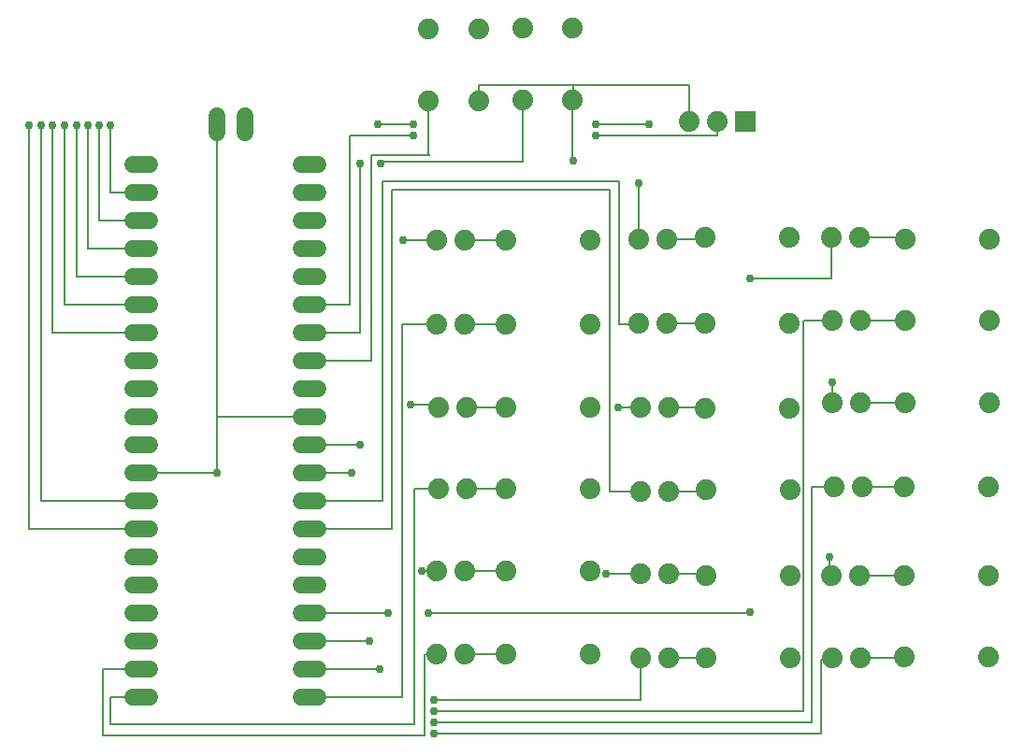
<source format=gbr>
G04 EAGLE Gerber RS-274X export*
G75*
%MOMM*%
%FSLAX34Y34*%
%LPD*%
%INTop Copper*%
%IPPOS*%
%AMOC8*
5,1,8,0,0,1.08239X$1,22.5*%
G01*
%ADD10R,1.879600X1.879600*%
%ADD11C,1.879600*%
%ADD12C,1.524000*%
%ADD13C,0.756400*%
%ADD14C,0.152400*%


D10*
X683260Y589430D03*
D11*
X657860Y589430D03*
X632460Y589430D03*
X481584Y608838D03*
X481584Y673862D03*
X526796Y608838D03*
X526796Y673862D03*
D12*
X143510Y549910D02*
X128270Y549910D01*
X128270Y524510D02*
X143510Y524510D01*
X143510Y499110D02*
X128270Y499110D01*
X128270Y473710D02*
X143510Y473710D01*
X143510Y448310D02*
X128270Y448310D01*
X128270Y422910D02*
X143510Y422910D01*
X143510Y397510D02*
X128270Y397510D01*
X128270Y372110D02*
X143510Y372110D01*
X143510Y346710D02*
X128270Y346710D01*
X128270Y321310D02*
X143510Y321310D01*
X143510Y295910D02*
X128270Y295910D01*
X128270Y270510D02*
X143510Y270510D01*
X143510Y245110D02*
X128270Y245110D01*
X128270Y219710D02*
X143510Y219710D01*
X143510Y194310D02*
X128270Y194310D01*
X128270Y168910D02*
X143510Y168910D01*
X143510Y143510D02*
X128270Y143510D01*
X128270Y118110D02*
X143510Y118110D01*
X143510Y92710D02*
X128270Y92710D01*
X128270Y67310D02*
X143510Y67310D01*
D11*
X403860Y106680D03*
X429260Y106680D03*
X405130Y256540D03*
X430530Y256540D03*
X403860Y405130D03*
X429260Y405130D03*
X588010Y102870D03*
X613410Y102870D03*
X588010Y254000D03*
X613410Y254000D03*
X586740Y406400D03*
X612140Y406400D03*
X762000Y102870D03*
X787400Y102870D03*
X763270Y257810D03*
X788670Y257810D03*
X762000Y408940D03*
X787400Y408940D03*
X403860Y181610D03*
X429260Y181610D03*
X405130Y330200D03*
X430530Y330200D03*
X403860Y481330D03*
X429260Y481330D03*
X588010Y179070D03*
X613410Y179070D03*
X588010Y330200D03*
X613410Y330200D03*
X586740Y482600D03*
X612140Y482600D03*
X760730Y177800D03*
X786130Y177800D03*
X762000Y334010D03*
X787400Y334010D03*
X760730Y483870D03*
X786130Y483870D03*
D12*
X204470Y579120D02*
X204470Y594360D01*
X229870Y594360D02*
X229870Y579120D01*
X280670Y67310D02*
X295910Y67310D01*
X295910Y92710D02*
X280670Y92710D01*
X280670Y118110D02*
X295910Y118110D01*
X295910Y143510D02*
X280670Y143510D01*
X280670Y168910D02*
X295910Y168910D01*
X295910Y194310D02*
X280670Y194310D01*
X280670Y219710D02*
X295910Y219710D01*
X295910Y245110D02*
X280670Y245110D01*
X280670Y270510D02*
X295910Y270510D01*
X295910Y295910D02*
X280670Y295910D01*
X280670Y321310D02*
X295910Y321310D01*
X295910Y346710D02*
X280670Y346710D01*
X280670Y372110D02*
X295910Y372110D01*
X295910Y397510D02*
X280670Y397510D01*
X280670Y422910D02*
X295910Y422910D01*
X295910Y448310D02*
X280670Y448310D01*
X280670Y473710D02*
X295910Y473710D01*
X295910Y499110D02*
X280670Y499110D01*
X280670Y524510D02*
X295910Y524510D01*
X295910Y549910D02*
X280670Y549910D01*
D11*
X396494Y607568D03*
X396494Y672592D03*
X441706Y607568D03*
X441706Y672592D03*
X828040Y408940D03*
X904240Y408940D03*
X904240Y482600D03*
X828040Y482600D03*
X826770Y257810D03*
X902970Y257810D03*
X542290Y181610D03*
X466090Y181610D03*
X542290Y330200D03*
X466090Y330200D03*
X826770Y104140D03*
X902970Y104140D03*
X646430Y406400D03*
X722630Y406400D03*
X542290Y481330D03*
X466090Y481330D03*
X723900Y177800D03*
X647700Y177800D03*
X722630Y328930D03*
X646430Y328930D03*
X647700Y102870D03*
X723900Y102870D03*
X647700Y255270D03*
X723900Y255270D03*
X466090Y405130D03*
X542290Y405130D03*
X722630Y483870D03*
X646430Y483870D03*
X904240Y334010D03*
X828040Y334010D03*
X466090Y256540D03*
X542290Y256540D03*
X466090Y106680D03*
X542290Y106680D03*
X902970Y177800D03*
X826770Y177800D03*
D13*
X350520Y586740D03*
D14*
X382270Y586740D01*
D13*
X382270Y586740D03*
X547370Y586740D03*
D14*
X595630Y586740D01*
D13*
X595630Y586740D03*
D14*
X204470Y586740D02*
X204470Y322580D01*
X205740Y321310D01*
X288290Y321310D01*
X204470Y322580D02*
X204470Y270510D01*
X135890Y270510D01*
D13*
X204470Y270510D03*
D14*
X441706Y607568D02*
X441706Y622046D01*
X441960Y622300D01*
X527050Y622300D01*
X527050Y609092D01*
X526796Y608838D01*
X527050Y622300D02*
X632460Y622300D01*
X632460Y589430D01*
X526796Y608838D02*
X526796Y553974D01*
X527050Y553720D01*
D13*
X527050Y553720D03*
D14*
X481584Y552450D02*
X481584Y608838D01*
X334010Y397510D02*
X288290Y397510D01*
X354330Y552450D02*
X481584Y552450D01*
X354330Y552450D02*
X353060Y551180D01*
X334010Y551180D02*
X334010Y397510D01*
D13*
X334010Y551180D03*
X353060Y551180D03*
D14*
X396494Y559086D02*
X396748Y558800D01*
X396494Y559086D02*
X396494Y607568D01*
X396748Y558800D02*
X344170Y558800D01*
X344170Y372110D02*
X288290Y372110D01*
X344170Y372110D02*
X344170Y558800D01*
X393700Y106680D02*
X403860Y106680D01*
X393700Y106680D02*
X392430Y105410D01*
X392430Y33020D01*
X101600Y33020D01*
X101600Y92710D01*
X135890Y92710D01*
X135890Y67310D02*
X107950Y67310D01*
X107950Y43180D01*
X383540Y43180D01*
X383540Y256540D01*
X405130Y256540D01*
X403860Y405130D02*
X372110Y405130D01*
X372110Y67310D01*
X288290Y67310D01*
X588010Y64770D02*
X588010Y102870D01*
X588010Y64770D02*
X401320Y64770D01*
D13*
X401320Y64770D03*
X351790Y92710D03*
D14*
X288290Y92710D01*
X736600Y408940D02*
X762000Y408940D01*
X736600Y408940D02*
X735330Y407670D01*
X735330Y260364D01*
X735584Y260110D01*
X735584Y98030D02*
X735330Y97776D01*
X735330Y54610D01*
X735584Y98030D02*
X735584Y260110D01*
X735330Y54610D02*
X401320Y54610D01*
D13*
X401320Y54610D03*
X342900Y118110D03*
D14*
X288290Y118110D01*
X288290Y143510D02*
X359410Y143510D01*
D13*
X359410Y143510D03*
X396240Y143510D03*
D14*
X685800Y143510D01*
X687070Y144780D01*
D13*
X687070Y144780D03*
X687070Y447040D03*
D14*
X760730Y447040D01*
X760730Y483870D01*
X588010Y254000D02*
X560070Y254000D01*
X560070Y527050D01*
X363220Y527050D01*
X363220Y219710D01*
X288290Y219710D01*
X585470Y405130D02*
X586740Y406400D01*
X585470Y405130D02*
X568960Y405130D01*
X568960Y534670D01*
X354330Y534670D01*
X354330Y245110D01*
X288290Y245110D01*
X751840Y101600D02*
X762000Y102870D01*
X751840Y101600D02*
X751840Y34290D01*
X401320Y34290D01*
D13*
X401320Y34290D03*
X326672Y270510D03*
D14*
X288290Y270510D01*
X742950Y257810D02*
X763270Y257810D01*
X742950Y257810D02*
X742950Y44450D01*
X401320Y44450D01*
D13*
X401320Y44450D03*
X334010Y295910D03*
D14*
X288290Y295910D01*
X658161Y576580D02*
X657860Y577298D01*
X657860Y589430D01*
X325120Y576580D02*
X325120Y422910D01*
X288290Y422910D01*
X325120Y576580D02*
X382270Y576580D01*
D13*
X382270Y576580D03*
X547370Y576580D03*
D14*
X658161Y576580D01*
X759460Y177800D02*
X760730Y177800D01*
X759460Y177800D02*
X759460Y194310D01*
D13*
X759460Y194310D03*
X34290Y585470D03*
D14*
X34290Y219710D01*
X135890Y219710D01*
X762000Y334010D02*
X762000Y353060D01*
D13*
X762000Y353060D03*
X45720Y585470D03*
D14*
X45720Y245110D01*
X135890Y245110D01*
X586740Y482600D02*
X586740Y533400D01*
D13*
X586740Y533400D03*
D14*
X135890Y397510D02*
X55880Y397510D01*
X55880Y585470D01*
D13*
X55880Y585470D03*
D14*
X567690Y330200D02*
X588010Y330200D01*
D13*
X567690Y330200D03*
X67112Y585470D03*
D14*
X67112Y422910D01*
X135890Y422910D01*
X556994Y179070D02*
X588010Y179070D01*
D13*
X556994Y179070D03*
X77470Y585470D03*
D14*
X77470Y448310D01*
X135890Y448310D01*
X373380Y481330D02*
X403860Y481330D01*
D13*
X373380Y481330D03*
X87630Y585470D03*
D14*
X87630Y473710D01*
X135890Y473710D01*
X402590Y332740D02*
X402690Y332738D01*
X402789Y332732D01*
X402889Y332722D01*
X402987Y332709D01*
X403086Y332691D01*
X403183Y332670D01*
X403279Y332645D01*
X403375Y332616D01*
X403469Y332583D01*
X403562Y332547D01*
X403653Y332507D01*
X403743Y332463D01*
X403831Y332416D01*
X403917Y332366D01*
X404001Y332312D01*
X404083Y332255D01*
X404162Y332195D01*
X404240Y332131D01*
X404314Y332065D01*
X404386Y331996D01*
X404455Y331924D01*
X404521Y331850D01*
X404585Y331772D01*
X404645Y331693D01*
X404702Y331611D01*
X404756Y331527D01*
X404806Y331441D01*
X404853Y331353D01*
X404897Y331263D01*
X404937Y331172D01*
X404973Y331079D01*
X405006Y330985D01*
X405035Y330889D01*
X405060Y330793D01*
X405081Y330696D01*
X405099Y330597D01*
X405112Y330499D01*
X405122Y330399D01*
X405128Y330300D01*
X405130Y330200D01*
X402590Y332740D02*
X379730Y332740D01*
D13*
X379730Y332740D03*
X97790Y585470D03*
D14*
X97790Y499110D02*
X135890Y499110D01*
X97790Y499110D02*
X97790Y585470D01*
X389890Y181610D02*
X403860Y181610D01*
D13*
X389890Y181610D03*
X107950Y585470D03*
D14*
X107950Y524510D01*
X135890Y524510D01*
X787400Y408940D02*
X828040Y408940D01*
X826770Y257810D02*
X788670Y257810D01*
X787400Y102870D02*
X825500Y102870D01*
X826770Y104140D01*
X646430Y406400D02*
X612140Y406400D01*
X613410Y254000D02*
X646430Y254000D01*
X647700Y255270D01*
X647700Y102870D02*
X613410Y102870D01*
X466090Y405130D02*
X429260Y405130D01*
X430530Y256540D02*
X466090Y256540D01*
X466090Y106680D02*
X429260Y106680D01*
X786130Y177800D02*
X826770Y177800D01*
X828040Y334010D02*
X787400Y334010D01*
X645160Y482600D02*
X612140Y482600D01*
X645160Y482600D02*
X646430Y483870D01*
X645160Y330200D02*
X613410Y330200D01*
X645160Y330200D02*
X646430Y328930D01*
X646430Y179070D02*
X613410Y179070D01*
X646430Y179070D02*
X647700Y177800D01*
X466090Y481330D02*
X429260Y481330D01*
X430530Y330200D02*
X466090Y330200D01*
X466090Y181610D02*
X429260Y181610D01*
X786130Y483870D02*
X826770Y483870D01*
X828040Y482600D01*
M02*

</source>
